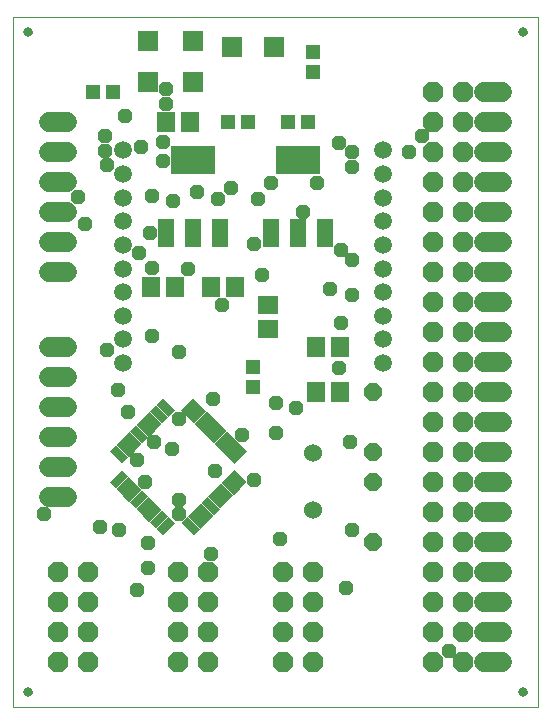
<source format=gts>
G75*
G70*
%OFA0B0*%
%FSLAX24Y24*%
%IPPOS*%
%LPD*%
%AMOC8*
5,1,8,0,0,1.08239X$1,22.5*
%
%ADD10C,0.0000*%
%ADD11C,0.0316*%
%ADD12R,0.0580X0.0300*%
%ADD13R,0.0300X0.0580*%
%ADD14C,0.0600*%
%ADD15OC8,0.0600*%
%ADD16C,0.0595*%
%ADD17R,0.0560X0.0960*%
%ADD18R,0.1497X0.0946*%
%ADD19R,0.0592X0.0710*%
%ADD20R,0.0710X0.0592*%
%ADD21C,0.0680*%
%ADD22R,0.0474X0.0513*%
%ADD23R,0.0513X0.0474*%
%ADD24OC8,0.0680*%
%ADD25R,0.0671X0.0671*%
%ADD26OC8,0.0480*%
D10*
X000150Y000150D02*
X000150Y023150D01*
X017650Y023150D01*
X017650Y000150D01*
X000150Y000150D01*
X000532Y000650D02*
X000534Y000671D01*
X000540Y000691D01*
X000549Y000711D01*
X000561Y000728D01*
X000576Y000742D01*
X000594Y000754D01*
X000614Y000762D01*
X000634Y000767D01*
X000655Y000768D01*
X000676Y000765D01*
X000696Y000759D01*
X000715Y000748D01*
X000732Y000735D01*
X000745Y000719D01*
X000756Y000701D01*
X000764Y000681D01*
X000768Y000661D01*
X000768Y000639D01*
X000764Y000619D01*
X000756Y000599D01*
X000745Y000581D01*
X000732Y000565D01*
X000715Y000552D01*
X000696Y000541D01*
X000676Y000535D01*
X000655Y000532D01*
X000634Y000533D01*
X000614Y000538D01*
X000594Y000546D01*
X000576Y000558D01*
X000561Y000572D01*
X000549Y000589D01*
X000540Y000609D01*
X000534Y000629D01*
X000532Y000650D01*
X017032Y000650D02*
X017034Y000671D01*
X017040Y000691D01*
X017049Y000711D01*
X017061Y000728D01*
X017076Y000742D01*
X017094Y000754D01*
X017114Y000762D01*
X017134Y000767D01*
X017155Y000768D01*
X017176Y000765D01*
X017196Y000759D01*
X017215Y000748D01*
X017232Y000735D01*
X017245Y000719D01*
X017256Y000701D01*
X017264Y000681D01*
X017268Y000661D01*
X017268Y000639D01*
X017264Y000619D01*
X017256Y000599D01*
X017245Y000581D01*
X017232Y000565D01*
X017215Y000552D01*
X017196Y000541D01*
X017176Y000535D01*
X017155Y000532D01*
X017134Y000533D01*
X017114Y000538D01*
X017094Y000546D01*
X017076Y000558D01*
X017061Y000572D01*
X017049Y000589D01*
X017040Y000609D01*
X017034Y000629D01*
X017032Y000650D01*
X017032Y022650D02*
X017034Y022671D01*
X017040Y022691D01*
X017049Y022711D01*
X017061Y022728D01*
X017076Y022742D01*
X017094Y022754D01*
X017114Y022762D01*
X017134Y022767D01*
X017155Y022768D01*
X017176Y022765D01*
X017196Y022759D01*
X017215Y022748D01*
X017232Y022735D01*
X017245Y022719D01*
X017256Y022701D01*
X017264Y022681D01*
X017268Y022661D01*
X017268Y022639D01*
X017264Y022619D01*
X017256Y022599D01*
X017245Y022581D01*
X017232Y022565D01*
X017215Y022552D01*
X017196Y022541D01*
X017176Y022535D01*
X017155Y022532D01*
X017134Y022533D01*
X017114Y022538D01*
X017094Y022546D01*
X017076Y022558D01*
X017061Y022572D01*
X017049Y022589D01*
X017040Y022609D01*
X017034Y022629D01*
X017032Y022650D01*
X000532Y022650D02*
X000534Y022671D01*
X000540Y022691D01*
X000549Y022711D01*
X000561Y022728D01*
X000576Y022742D01*
X000594Y022754D01*
X000614Y022762D01*
X000634Y022767D01*
X000655Y022768D01*
X000676Y022765D01*
X000696Y022759D01*
X000715Y022748D01*
X000732Y022735D01*
X000745Y022719D01*
X000756Y022701D01*
X000764Y022681D01*
X000768Y022661D01*
X000768Y022639D01*
X000764Y022619D01*
X000756Y022599D01*
X000745Y022581D01*
X000732Y022565D01*
X000715Y022552D01*
X000696Y022541D01*
X000676Y022535D01*
X000655Y022532D01*
X000634Y022533D01*
X000614Y022538D01*
X000594Y022546D01*
X000576Y022558D01*
X000561Y022572D01*
X000549Y022589D01*
X000540Y022609D01*
X000534Y022629D01*
X000532Y022650D01*
D11*
X000650Y022650D03*
X017150Y022650D03*
X017150Y000650D03*
X000650Y000650D03*
D12*
G36*
X004705Y006298D02*
X005113Y006708D01*
X005325Y006496D01*
X004917Y006086D01*
X004705Y006298D01*
G37*
G36*
X004482Y006520D02*
X004890Y006930D01*
X005102Y006718D01*
X004694Y006308D01*
X004482Y006520D01*
G37*
G36*
X004259Y006743D02*
X004667Y007153D01*
X004879Y006941D01*
X004471Y006531D01*
X004259Y006743D01*
G37*
G36*
X004036Y006965D02*
X004444Y007375D01*
X004656Y007163D01*
X004248Y006753D01*
X004036Y006965D01*
G37*
G36*
X003812Y007187D02*
X004220Y007597D01*
X004432Y007385D01*
X004024Y006975D01*
X003812Y007187D01*
G37*
G36*
X003589Y007410D02*
X003997Y007820D01*
X004209Y007608D01*
X003801Y007198D01*
X003589Y007410D01*
G37*
G36*
X003366Y007632D02*
X003774Y008042D01*
X003986Y007830D01*
X003578Y007420D01*
X003366Y007632D01*
G37*
G36*
X004928Y006076D02*
X005336Y006486D01*
X005548Y006274D01*
X005140Y005864D01*
X004928Y006076D01*
G37*
G36*
X006868Y008915D02*
X007276Y009325D01*
X007488Y009113D01*
X007080Y008703D01*
X006868Y008915D01*
G37*
G36*
X006644Y009137D02*
X007052Y009547D01*
X007264Y009335D01*
X006856Y008925D01*
X006644Y009137D01*
G37*
G36*
X006421Y009359D02*
X006829Y009769D01*
X007041Y009557D01*
X006633Y009147D01*
X006421Y009359D01*
G37*
G36*
X006198Y009582D02*
X006606Y009992D01*
X006818Y009780D01*
X006410Y009370D01*
X006198Y009582D01*
G37*
G36*
X005975Y009804D02*
X006383Y010214D01*
X006595Y010002D01*
X006187Y009592D01*
X005975Y009804D01*
G37*
G36*
X005752Y010026D02*
X006160Y010436D01*
X006372Y010224D01*
X005964Y009814D01*
X005752Y010026D01*
G37*
G36*
X007091Y008692D02*
X007499Y009102D01*
X007711Y008890D01*
X007303Y008480D01*
X007091Y008692D01*
G37*
G36*
X007314Y008470D02*
X007722Y008880D01*
X007934Y008668D01*
X007526Y008258D01*
X007314Y008470D01*
G37*
D13*
G36*
X007314Y007836D02*
X007526Y008048D01*
X007936Y007640D01*
X007724Y007428D01*
X007314Y007836D01*
G37*
G36*
X007092Y007613D02*
X007304Y007825D01*
X007714Y007417D01*
X007502Y007205D01*
X007092Y007613D01*
G37*
G36*
X006870Y007390D02*
X007082Y007602D01*
X007492Y007194D01*
X007280Y006982D01*
X006870Y007390D01*
G37*
G36*
X006647Y007167D02*
X006859Y007379D01*
X007269Y006971D01*
X007057Y006759D01*
X006647Y007167D01*
G37*
G36*
X006425Y006944D02*
X006637Y007156D01*
X007047Y006748D01*
X006835Y006536D01*
X006425Y006944D01*
G37*
G36*
X006203Y006720D02*
X006415Y006932D01*
X006825Y006524D01*
X006613Y006312D01*
X006203Y006720D01*
G37*
G36*
X005980Y006497D02*
X006192Y006709D01*
X006602Y006301D01*
X006390Y006089D01*
X005980Y006497D01*
G37*
G36*
X005758Y006274D02*
X005970Y006486D01*
X006380Y006078D01*
X006168Y005866D01*
X005758Y006274D01*
G37*
G36*
X003586Y008883D02*
X003798Y009095D01*
X004208Y008687D01*
X003996Y008475D01*
X003586Y008883D01*
G37*
G36*
X003364Y008660D02*
X003576Y008872D01*
X003986Y008464D01*
X003774Y008252D01*
X003364Y008660D01*
G37*
G36*
X003808Y009106D02*
X004020Y009318D01*
X004430Y008910D01*
X004218Y008698D01*
X003808Y009106D01*
G37*
G36*
X004031Y009329D02*
X004243Y009541D01*
X004653Y009133D01*
X004441Y008921D01*
X004031Y009329D01*
G37*
G36*
X004253Y009552D02*
X004465Y009764D01*
X004875Y009356D01*
X004663Y009144D01*
X004253Y009552D01*
G37*
G36*
X004475Y009776D02*
X004687Y009988D01*
X005097Y009580D01*
X004885Y009368D01*
X004475Y009776D01*
G37*
G36*
X004698Y009999D02*
X004910Y010211D01*
X005320Y009803D01*
X005108Y009591D01*
X004698Y009999D01*
G37*
G36*
X004920Y010222D02*
X005132Y010434D01*
X005542Y010026D01*
X005330Y009814D01*
X004920Y010222D01*
G37*
D14*
X010150Y008600D03*
X010150Y006700D03*
D15*
X012150Y007650D03*
X012150Y008650D03*
X012150Y010650D03*
X012150Y005650D03*
D16*
X012481Y011607D03*
X012481Y012394D03*
X012481Y013181D03*
X012481Y013969D03*
X012481Y014756D03*
X012481Y015544D03*
X012481Y016331D03*
X012481Y017119D03*
X012481Y017906D03*
X012481Y018693D03*
X003819Y018693D03*
X003819Y017906D03*
X003819Y017119D03*
X003819Y016331D03*
X003819Y015544D03*
X003819Y014756D03*
X003819Y013969D03*
X003819Y013181D03*
X003819Y012394D03*
X003819Y011607D03*
D17*
X005240Y015930D03*
X006150Y015930D03*
X007060Y015930D03*
X008740Y015930D03*
X009650Y015930D03*
X010560Y015930D03*
D18*
X009650Y018370D03*
X006150Y018370D03*
D19*
X006044Y019650D03*
X005256Y019650D03*
X005544Y014150D03*
X004756Y014150D03*
X006756Y014150D03*
X007544Y014150D03*
X010256Y012150D03*
X011044Y012150D03*
X011044Y010650D03*
X010256Y010650D03*
D20*
X008650Y012756D03*
X008650Y013544D03*
D21*
X001950Y014650D02*
X001350Y014650D01*
X001350Y015650D02*
X001950Y015650D01*
X001950Y016650D02*
X001350Y016650D01*
X001350Y017650D02*
X001950Y017650D01*
X001950Y018650D02*
X001350Y018650D01*
X001350Y019650D02*
X001950Y019650D01*
X001950Y012150D02*
X001350Y012150D01*
X001350Y011150D02*
X001950Y011150D01*
X001950Y010150D02*
X001350Y010150D01*
X001350Y009150D02*
X001950Y009150D01*
X001950Y008150D02*
X001350Y008150D01*
X001350Y007150D02*
X001950Y007150D01*
X015850Y006650D02*
X016450Y006650D01*
X016450Y005650D02*
X015850Y005650D01*
X015850Y004650D02*
X016450Y004650D01*
X016450Y003650D02*
X015850Y003650D01*
X015850Y002650D02*
X016450Y002650D01*
X016450Y001650D02*
X015850Y001650D01*
X015850Y007650D02*
X016450Y007650D01*
X016450Y008650D02*
X015850Y008650D01*
X015850Y009650D02*
X016450Y009650D01*
X016450Y010650D02*
X015850Y010650D01*
X015850Y011650D02*
X016450Y011650D01*
X016450Y012650D02*
X015850Y012650D01*
X015850Y013650D02*
X016450Y013650D01*
X016450Y014650D02*
X015850Y014650D01*
X015850Y015650D02*
X016450Y015650D01*
X016450Y016650D02*
X015850Y016650D01*
X015850Y017650D02*
X016450Y017650D01*
X016450Y018650D02*
X015850Y018650D01*
X015850Y019650D02*
X016450Y019650D01*
X016450Y020650D02*
X015850Y020650D01*
D22*
X009985Y019650D03*
X009315Y019650D03*
X007985Y019650D03*
X007315Y019650D03*
X003485Y020650D03*
X002815Y020650D03*
D23*
X008150Y011485D03*
X008150Y010815D03*
X010150Y021315D03*
X010150Y021985D03*
D24*
X014150Y020650D03*
X014150Y019650D03*
X014150Y018650D03*
X014150Y017650D03*
X014150Y016650D03*
X014150Y015650D03*
X014150Y014650D03*
X014150Y013650D03*
X014150Y012650D03*
X014150Y011650D03*
X014150Y010650D03*
X014150Y009650D03*
X014150Y008650D03*
X014150Y007650D03*
X014150Y006650D03*
X014150Y005650D03*
X014150Y004650D03*
X014150Y003650D03*
X014150Y002650D03*
X014150Y001650D03*
X015150Y001650D03*
X015150Y002650D03*
X015150Y003650D03*
X015150Y004650D03*
X015150Y005650D03*
X015150Y006650D03*
X015150Y007650D03*
X015150Y008650D03*
X015150Y009650D03*
X015150Y010650D03*
X015150Y011650D03*
X015150Y012650D03*
X015150Y013650D03*
X015150Y014650D03*
X015150Y015650D03*
X015150Y016650D03*
X015150Y017650D03*
X015150Y018650D03*
X015150Y019650D03*
X015150Y020650D03*
X010150Y004650D03*
X010150Y003650D03*
X010150Y002650D03*
X010150Y001650D03*
X009150Y001650D03*
X009150Y002650D03*
X009150Y003650D03*
X009150Y004650D03*
X006650Y004650D03*
X006650Y003650D03*
X006650Y002650D03*
X006650Y001650D03*
X005650Y001650D03*
X005650Y002650D03*
X005650Y003650D03*
X005650Y004650D03*
X002650Y004650D03*
X002650Y003650D03*
X002650Y002650D03*
X002650Y001650D03*
X001650Y001650D03*
X001650Y002650D03*
X001650Y003650D03*
X001650Y004650D03*
D25*
X004650Y020961D03*
X004650Y022339D03*
X006150Y022339D03*
X006150Y020961D03*
X007461Y022150D03*
X008839Y022150D03*
D26*
X011010Y018930D03*
X011430Y018630D03*
X011430Y018150D03*
X010290Y017610D03*
X009810Y016650D03*
X008730Y017610D03*
X008310Y017070D03*
X007410Y017430D03*
X006990Y017070D03*
X006270Y017310D03*
X005490Y017010D03*
X004770Y017190D03*
X005130Y018330D03*
X005130Y018990D03*
X004410Y018810D03*
X003870Y019830D03*
X003210Y019170D03*
X003210Y018690D03*
X003270Y018210D03*
X002310Y017130D03*
X002550Y016230D03*
X004350Y015270D03*
X004770Y014790D03*
X004710Y015930D03*
X005970Y014730D03*
X007110Y013530D03*
X008430Y014550D03*
X008190Y015570D03*
X010710Y014070D03*
X011430Y013890D03*
X011070Y012930D03*
X011010Y011430D03*
X009570Y010110D03*
X008910Y010290D03*
X008910Y009270D03*
X008190Y007710D03*
X007770Y009210D03*
X006870Y008010D03*
X005670Y007050D03*
X005670Y006570D03*
X004650Y005610D03*
X004650Y004770D03*
X004290Y004050D03*
X003690Y006030D03*
X003030Y006150D03*
X004530Y007650D03*
X004290Y008370D03*
X004830Y008970D03*
X005430Y008730D03*
X005670Y009750D03*
X006810Y010410D03*
X005670Y011970D03*
X004770Y012510D03*
X003270Y012030D03*
X003630Y010710D03*
X003990Y009990D03*
X001170Y006570D03*
X006750Y005250D03*
X009030Y005730D03*
X011250Y004110D03*
X011430Y006030D03*
X011370Y008970D03*
X011430Y015030D03*
X011070Y015390D03*
X013350Y018630D03*
X013770Y019170D03*
X005250Y020250D03*
X005250Y020730D03*
X014670Y002010D03*
M02*

</source>
